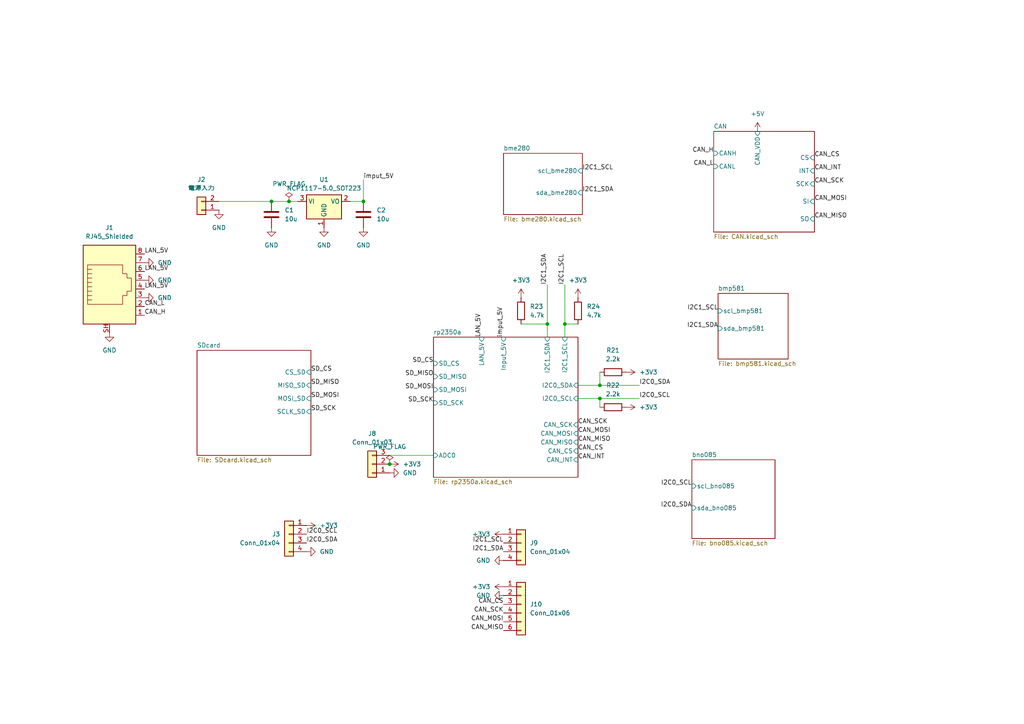
<source format=kicad_sch>
(kicad_sch (version 20250114) (generator "eeschema") (generator_version "9.0")
  (paper "A4")
  (lib_symbols
    (symbol "Connector:RJ45_Shielded" (pin_names (offset 1.016))
      (property "Reference" "J" (at -5.08 13.97 0))
      (property "Value" "RJ45_Shielded" (at 2.54 13.97 0))
      (symbol "RJ45_Shielded_0_1"
        (polyline (pts (xy -6.35 1.905) (xy -5.08 1.905) (xy -5.08 1.905)))
        (polyline (pts (xy -6.35 0.635) (xy -5.08 0.635) (xy -5.08 0.635)))
        (polyline (pts (xy -6.35 -0.635) (xy -5.08 -0.635) (xy -5.08 -0.635)))
        (polyline (pts (xy -6.35 -1.905) (xy -5.08 -1.905) (xy -5.08 -1.905)))
        (polyline (pts (xy -6.35 -3.175) (xy -5.08 -3.175) (xy -5.08 -3.175)))
        (polyline (pts (xy -6.35 -4.445) (xy -6.35 6.985) (xy 3.81 6.985) (xy 3.81 4.445) (xy 5.08 4.445) (xy 5.08 3.175) (xy 6.35 3.175) (xy 6.35 -0.635) (xy 5.08 -0.635) (xy 5.08 -1.905) (xy 3.81 -1.905) (xy 3.81 -4.445) (xy -6.35 -4.445) (xy -6.35 -4.445)))
        (polyline (pts (xy -5.08 5.715) (xy -6.35 5.715)))
        (polyline (pts (xy -5.08 4.445) (xy -6.35 4.445)))
        (polyline (pts (xy -5.08 3.175) (xy -6.35 3.175) (xy -6.35 3.175)))
        (rectangle (start 7.62 12.7) (end -7.62 -10.16) (stroke (width 0.254)) (fill (type background)))
      )
      (symbol "RJ45_Shielded_1_1"
        (pin passive line (at 0 -12.7 90) (length 2.54) (name "~") (number "SH"))
        (pin passive line (at 10.16 10.16 180) (length 2.54) (name "~") (number "8"))
        (pin passive line (at 10.16 7.62 180) (length 2.54) (name "~") (number "7"))
        (pin passive line (at 10.16 5.08 180) (length 2.54) (name "~") (number "6"))
        (pin passive line (at 10.16 2.54 180) (length 2.54) (name "~") (number "5"))
        (pin passive line (at 10.16 0 180) (length 2.54) (name "~") (number "4"))
        (pin passive line (at 10.16 -2.54 180) (length 2.54) (name "~") (number "3"))
        (pin passive line (at 10.16 -5.08 180) (length 2.54) (name "~") (number "2"))
        (pin passive line (at 10.16 -7.62 180) (length 2.54) (name "~") (number "1"))
      )
    )
    (symbol "Connector_Generic:Conn_01x02" (pin_names (offset 1.016) (hide yes))
      (property "Reference" "J" (at 0 2.54 0))
      (property "Value" "Conn_01x02" (at 0 -5.08 0))
      (symbol "Conn_01x02_1_1"
        (rectangle (start -1.27 1.27) (end 1.27 -3.81) (stroke (width 0.254)) (fill (type background)))
        (rectangle (start -1.27 0.127) (end 0 -0.127) (stroke (width 0.1524)))
        (rectangle (start -1.27 -2.413) (end 0 -2.667) (stroke (width 0.1524)))
        (pin passive line (at -5.08 0 0) (length 3.81) (name "Pin_1") (number "1"))
        (pin passive line (at -5.08 -2.54 0) (length 3.81) (name "Pin_2") (number "2"))
      )
    )
    (symbol "Connector_Generic:Conn_01x03" (pin_names (offset 1.016) (hide yes))
      (property "Reference" "J" (at 0 5.08 0))
      (property "Value" "Conn_01x03" (at 0 -5.08 0))
      (symbol "Conn_01x03_1_1"
        (rectangle (start -1.27 3.81) (end 1.27 -3.81) (stroke (width 0.254)) (fill (type background)))
        (rectangle (start -1.27 2.667) (end 0 2.413) (stroke (width 0.1524)))
        (rectangle (start -1.27 0.127) (end 0 -0.127) (stroke (width 0.1524)))
        (rectangle (start -1.27 -2.413) (end 0 -2.667) (stroke (width 0.1524)))
        (pin passive line (at -5.08 2.54 0) (length 3.81) (name "Pin_1") (number "1"))
        (pin passive line (at -5.08 0 0) (length 3.81) (name "Pin_2") (number "2"))
        (pin passive line (at -5.08 -2.54 0) (length 3.81) (name "Pin_3") (number "3"))
      )
    )
    (symbol "Connector_Generic:Conn_01x04" (pin_names (offset 1.016) (hide yes))
      (property "Reference" "J" (at 0 5.08 0))
      (property "Value" "Conn_01x04" (at 0 -7.62 0))
      (symbol "Conn_01x04_1_1"
        (rectangle (start -1.27 3.81) (end 1.27 -6.35) (stroke (width 0.254)) (fill (type background)))
        (rectangle (start -1.27 2.667) (end 0 2.413) (stroke (width 0.1524)))
        (rectangle (start -1.27 0.127) (end 0 -0.127) (stroke (width 0.1524)))
        (rectangle (start -1.27 -2.413) (end 0 -2.667) (stroke (width 0.1524)))
        (rectangle (start -1.27 -4.953) (end 0 -5.207) (stroke (width 0.1524)))
        (pin passive line (at -5.08 2.54 0) (length 3.81) (name "Pin_1") (number "1"))
        (pin passive line (at -5.08 0 0) (length 3.81) (name "Pin_2") (number "2"))
        (pin passive line (at -5.08 -2.54 0) (length 3.81) (name "Pin_3") (number "3"))
        (pin passive line (at -5.08 -5.08 0) (length 3.81) (name "Pin_4") (number "4"))
      )
    )
    (symbol "Connector_Generic:Conn_01x06" (pin_names (offset 1.016) (hide yes))
      (property "Reference" "J" (at 0 7.62 0))
      (property "Value" "Conn_01x06" (at 0 -10.16 0))
      (symbol "Conn_01x06_1_1"
        (rectangle (start -1.27 6.35) (end 1.27 -8.89) (stroke (width 0.254)) (fill (type background)))
        (rectangle (start -1.27 5.207) (end 0 4.953) (stroke (width 0.1524)))
        (rectangle (start -1.27 2.667) (end 0 2.413) (stroke (width 0.1524)))
        (rectangle (start -1.27 0.127) (end 0 -0.127) (stroke (width 0.1524)))
        (rectangle (start -1.27 -2.413) (end 0 -2.667) (stroke (width 0.1524)))
        (rectangle (start -1.27 -4.953) (end 0 -5.207) (stroke (width 0.1524)))
        (rectangle (start -1.27 -7.493) (end 0 -7.747) (stroke (width 0.1524)))
        (pin passive line (at -5.08 5.08 0) (length 3.81) (name "Pin_1") (number "1"))
        (pin passive line (at -5.08 2.54 0) (length 3.81) (name "Pin_2") (number "2"))
        (pin passive line (at -5.08 0 0) (length 3.81) (name "Pin_3") (number "3"))
        (pin passive line (at -5.08 -2.54 0) (length 3.81) (name "Pin_4") (number "4"))
        (pin passive line (at -5.08 -5.08 0) (length 3.81) (name "Pin_5") (number "5"))
        (pin passive line (at -5.08 -7.62 0) (length 3.81) (name "Pin_6") (number "6"))
      )
    )
    (symbol "Device:C" (pin_numbers (hide yes)) (pin_names (offset 0.254))
      (property "Reference" "C" (at 0.635 2.54 0))
      (property "Value" "C" (at 0.635 -2.54 0))
      (symbol "C_0_1"
        (polyline (pts (xy -2.032 0.762) (xy 2.032 0.762)) (stroke (width 0.508)))
        (polyline (pts (xy -2.032 -0.762) (xy 2.032 -0.762)) (stroke (width 0.508)))
      )
      (symbol "C_1_1"
        (pin passive line (at 0 3.81 270) (length 2.794) (name "~") (number "1"))
        (pin passive line (at 0 -3.81 90) (length 2.794) (name "~") (number "2"))
      )
    )
    (symbol "Device:R" (pin_numbers (hide yes)) (pin_names (offset 0))
      (property "Reference" "R" (at 2.032 0 90))
      (property "Value" "R" (at 0 0 90))
      (symbol "R_0_1"
        (rectangle (start -1.016 -2.54) (end 1.016 2.54) (stroke (width 0.254)))
      )
      (symbol "R_1_1"
        (pin passive line (at 0 3.81 270) (length 1.27) (name "~") (number "1"))
        (pin passive line (at 0 -3.81 90) (length 1.27) (name "~") (number "2"))
      )
    )
    (symbol "Regulator_Linear:NCP1117-5.0_SOT223"
      (property "Reference" "U" (at -3.81 3.175 0))
      (property "Value" "NCP1117-5.0_SOT223" (at 0 3.175 0))
      (symbol "NCP1117-5.0_SOT223_0_1"
        (rectangle (start -5.08 -5.08) (end 5.08 1.905) (stroke (width 0.254)) (fill (type background)))
      )
      (symbol "NCP1117-5.0_SOT223_1_1"
        (pin power_in line (at -7.62 0 0) (length 2.54) (name "VI") (number "3"))
        (pin power_in line (at 0 -7.62 90) (length 2.54) (name "GND") (number "1"))
        (pin power_out line (at 7.62 0 180) (length 2.54) (name "VO") (number "2"))
      )
    )
    (symbol "power:+3V3" (power) (pin_numbers (hide yes)) (pin_names (offset 0) (hide yes))
      (property "Value" "+3V3" (at 0 3.556 0))
      (symbol "+3V3_0_1"
        (polyline (pts (xy -0.762 1.27) (xy 0 2.54)))
        (polyline (pts (xy 0 2.54) (xy 0.762 1.27)))
        (polyline (pts (xy 0 0) (xy 0 2.54)))
      )
      (symbol "+3V3_1_1"
        (pin power_in line (at 0 0 90) (length 0) (name "~") (number "1"))
      )
    )
    (symbol "power:+5V" (power) (pin_numbers (hide yes)) (pin_names (offset 0) (hide yes))
      (property "Value" "+5V" (at 0 3.556 0))
      (symbol "+5V_0_1"
        (polyline (pts (xy -0.762 1.27) (xy 0 2.54)))
        (polyline (pts (xy 0 2.54) (xy 0.762 1.27)))
        (polyline (pts (xy 0 0) (xy 0 2.54)))
      )
      (symbol "+5V_1_1"
        (pin power_in line (at 0 0 90) (length 0) (name "~") (number "1"))
      )
    )
    (symbol "power:GND" (power) (pin_numbers (hide yes)) (pin_names (offset 0) (hide yes))
      (property "Value" "GND" (at 0 -3.81 0))
      (symbol "GND_0_1"
        (polyline (pts (xy 0 0) (xy 0 -1.27) (xy 1.27 -1.27) (xy 0 -2.54) (xy -1.27 -1.27) (xy 0 -1.27)))
      )
      (symbol "GND_1_1"
        (pin power_in line (at 0 0 270) (length 0) (name "~") (number "1"))
      )
    )
    (symbol "power:PWR_FLAG" (power) (pin_numbers (hide yes)) (pin_names (offset 0) (hide yes))
      (property "Value" "PWR_FLAG" (at 0 3.81 0))
      (symbol "PWR_FLAG_0_0"
        (pin power_out line (at 0 0 90) (length 0) (name "~") (number "1"))
      )
      (symbol "PWR_FLAG_0_1"
        (polyline (pts (xy 0 0) (xy 0 1.27) (xy -1.016 1.905) (xy 0 2.54) (xy 1.016 1.905) (xy 0 1.27)))
      )
    )
  )
  (junction (at 173.99 111.76))
  (junction (at 78.74 58.42))
  (junction (at 158.75 93.98))
  (junction (at 163.83 93.98))
  (junction (at 173.99 115.57))
  (junction (at 83.82 58.42))
  (junction (at 113.03 134.62))
  (junction (at 105.41 58.42))
  (wire (pts (xy 63.5 58.42) (xy 78.74 58.42)))
  (wire (pts (xy 163.83 93.98) (xy 163.83 82.55)))
  (wire (pts (xy 173.99 111.76) (xy 185.42 111.76)))
  (wire (pts (xy 163.83 93.98) (xy 167.64 93.98)))
  (wire (pts (xy 113.03 132.08) (xy 125.73 132.08)))
  (wire (pts (xy 158.75 93.98) (xy 158.75 97.79)))
  (wire (pts (xy 167.64 111.76) (xy 173.99 111.76)))
  (wire (pts (xy 83.82 58.42) (xy 86.36 58.42)))
  (wire (pts (xy 105.41 52.07) (xy 105.41 58.42)))
  (wire (pts (xy 173.99 115.57) (xy 167.64 115.57)))
  (wire (pts (xy 163.83 97.79) (xy 163.83 93.98)))
  (wire (pts (xy 185.42 115.57) (xy 173.99 115.57)))
  (wire (pts (xy 101.6 58.42) (xy 105.41 58.42)))
  (wire (pts (xy 173.99 107.95) (xy 173.99 111.76)))
  (wire (pts (xy 158.75 82.55) (xy 158.75 93.98)))
  (wire (pts (xy 151.13 93.98) (xy 158.75 93.98)))
  (wire (pts (xy 173.99 115.57) (xy 173.99 118.11)))
  (wire (pts (xy 78.74 58.42) (xy 83.82 58.42)))
  (label "CAN_H" (at 207.01 44.45 180))
  (label "CAN_H" (at 41.91 91.44 0))
  (label "CAN_INT" (at 167.64 133.35 0))
  (label "I2C1_SCL" (at 168.91 49.53 0))
  (label "SD_SCK" (at 90.17 119.38 0))
  (label "CAN_MISO" (at 236.22 63.5 0))
  (label "SD_MOSI" (at 125.73 113.03 180))
  (label "I2C1_SCL" (at 163.83 82.55 90))
  (label "I2C0_SCL" (at 185.42 115.57 0))
  (label "I2C0_SDA" (at 88.9 157.48 0))
  (label "CAN_L" (at 41.91 88.9 0))
  (label "I2C1_SDA" (at 208.28 95.25 180))
  (label "I2C1_SCL" (at 208.28 90.17 180))
  (label "SD_MISO" (at 125.73 109.22 180))
  (label "SD_CS" (at 90.17 107.95 0))
  (label "LAN_5V" (at 139.7 97.79 90))
  (label "LAN_5V" (at 41.91 78.74 0))
  (label "CAN_MISO" (at 167.64 128.27 0))
  (label "I2C0_SDA" (at 200.66 147.32 180))
  (label "I2C0_SCL" (at 88.9 154.94 0))
  (label "imput_5V" (at 105.41 52.07 0))
  (label "I2C1_SDA" (at 158.75 82.55 90))
  (label "I2C0_SDA" (at 185.42 111.76 0))
  (label "SD_SCK" (at 125.73 116.84 180))
  (label "CAN_MISO" (at 146.05 182.88 180))
  (label "CAN_MOSI" (at 167.64 125.73 0))
  (label "CAN_SCK" (at 236.22 53.34 0))
  (label "SD_MOSI" (at 90.17 115.57 0))
  (label "LAN_5V" (at 41.91 83.82 0))
  (label "CAN_CS" (at 146.05 175.26 180))
  (label "LAN_5V" (at 41.91 73.66 0))
  (label "I2C1_SCL" (at 146.05 157.48 180))
  (label "CAN_L" (at 207.01 48.26 180))
  (label "imput_5V" (at 146.05 97.79 90))
  (label "I2C1_SDA" (at 168.91 55.88 0))
  (label "CAN_CS" (at 236.22 45.72 0))
  (label "CAN_SCK" (at 167.64 123.19 0))
  (label "CAN_CS" (at 167.64 130.81 0))
  (label "I2C0_SCL" (at 200.66 140.97 180))
  (label "CAN_SCK" (at 146.05 177.8 180))
  (label "CAN_INT" (at 236.22 49.53 0))
  (label "CAN_MOSI" (at 236.22 58.42 0))
  (label "SD_CS" (at 125.73 105.41 180))
  (label "CAN_MOSI" (at 146.05 180.34 180))
  (label "SD_MISO" (at 90.17 111.76 0))
  (label "I2C1_SDA" (at 146.05 160.02 180))
  (symbol (lib_id "Connector_Generic:Conn_01x04") (at 83.82 154.94 0) (mirror y) (unit 1)
    (property "Reference" "J3" (at 81.28 154.9399 0) (effects (justify left)))
    (property "Value" "Conn_01x04" (at 81.28 157.4799 0) (effects (justify left)))
    (property "Footprint" "Connector_JST:JST_XH_B4B-XH-AM_1x04_P2.50mm_Vertical" (effects (hide yes)))
    (property "Description" "Generic connector, single row, 01x04, script generated (kicad-library-utils/schlib/autogen/connector/)" (effects (hide yes)))
  )
  (symbol (lib_id "Connector_Generic:Conn_01x06") (at 151.13 175.26 0) (unit 1)
    (property "Reference" "J10" (at 153.67 175.2599 0) (effects (justify left)))
    (property "Value" "Conn_01x06" (at 153.67 177.7999 0) (effects (justify left)))
    (property "Footprint" "Connector_JST:JST_XH_B6B-XH-AM_1x06_P2.50mm_Vertical" (effects (hide yes)))
    (property "Description" "Generic connector, single row, 01x06, script generated (kicad-library-utils/schlib/autogen/connector/)" (effects (hide yes)))
  )
  (symbol (lib_id "power:+3V3") (at 181.61 118.11 270) (unit 1)
    (property "Reference" "#PWR089" (effects (hide yes)))
    (property "Value" "+3V3" (at 185.42 118.1099 90) (effects (justify left)))
    (property "Description" "Power symbol creates a global label with name \"+3V3\"" (effects (hide yes)))
  )
  (symbol (lib_id "power:GND") (at 41.91 81.28 90) (unit 1)
    (property "Reference" "#PWR03" (effects (hide yes)))
    (property "Value" "GND" (at 45.72 81.2799 90) (effects (justify right)))
    (property "Description" "Power symbol creates a global label with name \"GND\" , ground" (effects (hide yes)))
  )
  (symbol (lib_id "power:+3V3") (at 181.61 107.95 270) (unit 1)
    (property "Reference" "#PWR088" (effects (hide yes)))
    (property "Value" "+3V3" (at 185.42 107.9499 90) (effects (justify left)))
    (property "Description" "Power symbol creates a global label with name \"+3V3\"" (effects (hide yes)))
  )
  (symbol (lib_id "power:GND") (at 88.9 160.02 90) (unit 1)
    (property "Reference" "#PWR08" (effects (hide yes)))
    (property "Value" "GND" (at 92.71 160.0199 90) (effects (justify right)))
    (property "Description" "Power symbol creates a global label with name \"GND\" , ground" (effects (hide yes)))
  )
  (symbol (lib_id "Connector_Generic:Conn_01x04") (at 151.13 157.48 0) (unit 1)
    (property "Reference" "J9" (at 153.67 157.4799 0) (effects (justify left)))
    (property "Value" "Conn_01x04" (at 153.67 160.0199 0) (effects (justify left)))
    (property "Footprint" "Connector_JST:JST_XH_B4B-XH-AM_1x04_P2.50mm_Vertical" (effects (hide yes)))
    (property "Description" "Generic connector, single row, 01x04, script generated (kicad-library-utils/schlib/autogen/connector/)" (effects (hide yes)))
  )
  (symbol (lib_id "power:GND") (at 146.05 172.72 270) (mirror x) (unit 1)
    (property "Reference" "#PWR087" (effects (hide yes)))
    (property "Value" "GND" (at 142.24 172.7199 90) (effects (justify right)))
    (property "Description" "Power symbol creates a global label with name \"GND\" , ground" (effects (hide yes)))
  )
  (symbol (lib_id "Device:C") (at 105.41 62.23 0) (unit 1)
    (property "Reference" "C2" (at 109.22 60.9599 0) (effects (justify left)))
    (property "Value" "10u" (at 109.22 63.4999 0) (effects (justify left)))
    (property "Footprint" "Capacitor_SMD:C_0805_2012Metric" (effects (hide yes)))
    (property "Description" "Unpolarized capacitor" (effects (hide yes)))
  )
  (symbol (lib_id "power:GND") (at 41.91 86.36 90) (unit 1)
    (property "Reference" "#PWR04" (effects (hide yes)))
    (property "Value" "GND" (at 45.72 86.3599 90) (effects (justify right)))
    (property "Description" "Power symbol creates a global label with name \"GND\" , ground" (effects (hide yes)))
  )
  (symbol (lib_id "power:GND") (at 31.75 96.52 0) (unit 1)
    (property "Reference" "#PWR01" (effects (hide yes)))
    (property "Value" "GND" (at 31.75 101.6 0))
    (property "Description" "Power symbol creates a global label with name \"GND\" , ground" (effects (hide yes)))
  )
  (symbol (lib_id "power:+3V3") (at 146.05 154.94 90) (unit 1)
    (property "Reference" "#PWR084" (effects (hide yes)))
    (property "Value" "+3V3" (at 142.24 154.9399 90) (effects (justify left)))
    (property "Description" "Power symbol creates a global label with name \"+3V3\"" (effects (hide yes)))
  )
  (symbol (lib_id "power:GND") (at 63.5 60.96 0) (unit 1)
    (property "Reference" "#PWR05" (effects (hide yes)))
    (property "Value" "GND" (at 63.5 66.04 0))
    (property "Description" "Power symbol creates a global label with name \"GND\" , ground" (effects (hide yes)))
  )
  (symbol (lib_id "power:+3V3") (at 151.13 86.36 0) (unit 1)
    (property "Reference" "#PWR090" (effects (hide yes)))
    (property "Value" "+3V3" (at 151.13 81.28 0))
    (property "Description" "Power symbol creates a global label with name \"+3V3\"" (effects (hide yes)))
  )
  (symbol (lib_id "power:+3V3") (at 146.05 170.18 90) (unit 1)
    (property "Reference" "#PWR086" (effects (hide yes)))
    (property "Value" "+3V3" (at 142.24 170.1799 90) (effects (justify left)))
    (property "Description" "Power symbol creates a global label with name \"+3V3\"" (effects (hide yes)))
  )
  (symbol (lib_id "Device:R") (at 177.8 118.11 270) (unit 1)
    (property "Reference" "R22" (at 177.8 111.76 90))
    (property "Value" "2.2k" (at 177.8 114.3 90))
    (property "Footprint" "Resistor_SMD:R_0402_1005Metric" (effects (hide yes)))
    (property "Description" "Resistor" (effects (hide yes)))
  )
  (symbol (lib_id "power:+3V3") (at 113.03 134.62 270) (unit 1)
    (property "Reference" "#PWR031" (effects (hide yes)))
    (property "Value" "+3V3" (at 116.84 134.6199 90) (effects (justify left)))
    (property "Description" "Power symbol creates a global label with name \"+3V3\"" (effects (hide yes)))
  )
  (symbol (lib_id "Device:R") (at 151.13 90.17 0) (unit 1)
    (property "Reference" "R23" (at 153.67 88.8999 0) (effects (justify left)))
    (property "Value" "4.7k" (at 153.67 91.4399 0) (effects (justify left)))
    (property "Footprint" "Resistor_SMD:R_0402_1005Metric" (effects (hide yes)))
    (property "Description" "Resistor" (effects (hide yes)))
  )
  (symbol (lib_id "power:GND") (at 105.41 66.04 0) (unit 1)
    (property "Reference" "#PWR010" (effects (hide yes)))
    (property "Value" "GND" (at 105.41 71.12 0))
    (property "Description" "Power symbol creates a global label with name \"GND\" , ground" (effects (hide yes)))
  )
  (symbol (lib_id "Device:R") (at 177.8 107.95 270) (unit 1)
    (property "Reference" "R21" (at 177.8 101.6 90))
    (property "Value" "2.2k" (at 177.8 104.14 90))
    (property "Footprint" "Resistor_SMD:R_0402_1005Metric" (effects (hide yes)))
    (property "Description" "Resistor" (effects (hide yes)))
  )
  (symbol (lib_id "Regulator_Linear:NCP1117-5.0_SOT223") (at 93.98 58.42 0) (unit 1)
    (property "Reference" "U1" (at 93.98 52.07 0))
    (property "Value" "NCP1117-5.0_SOT223" (at 93.98 54.61 0))
    (property "Footprint" "Package_TO_SOT_SMD:SOT-223-3_TabPin2" (effects (hide yes)))
    (property "Datasheet" "http://www.onsemi.com/pub_link/Collateral/NCP1117-D.PDF" (effects (hide yes)))
    (property "Description" "1A Low drop-out regulator, Fixed Output 5V, SOT-223" (effects (hide yes)))
  )
  (symbol (lib_id "power:PWR_FLAG") (at 83.82 58.42 0) (unit 1)
    (property "Reference" "#FLG01" (effects (hide yes)))
    (property "Value" "PWR_FLAG" (at 83.82 53.34 0))
    (property "Description" "Special symbol for telling ERC where power comes from" (effects (hide yes)))
  )
  (symbol (lib_id "Connector:RJ45_Shielded") (at 31.75 83.82 0) (unit 1)
    (property "Reference" "J1" (at 31.75 66.04 0))
    (property "Value" "RJ45_Shielded" (at 31.75 68.58 0))
    (property "Footprint" "Connector_RJ:RJ45_Amphenol_RJHSE538X" (effects (hide yes)))
    (property "Description" "RJ connector, 8P8C (8 positions 8 connected), Shielded" (effects (hide yes)))
  )
  (symbol (lib_id "Connector_Generic:Conn_01x02") (at 58.42 60.96 180) (unit 1)
    (property "Reference" "J2" (at 58.42 52.07 0))
    (property "Value" "電源入力" (at 58.42 54.61 0))
    (property "Footprint" "Connector_JST:JST_VH_B2P-VH-FB-B_1x02_P3.96mm_Vertical" (effects (hide yes)))
    (property "Description" "Generic connector, single row, 01x02, script generated (kicad-library-utils/schlib/autogen/connector/)" (effects (hide yes)))
  )
  (symbol (lib_id "Connector_Generic:Conn_01x03") (at 107.95 134.62 180) (unit 1)
    (property "Reference" "J8" (at 107.95 125.73 0))
    (property "Value" "Conn_01x03" (at 107.95 128.27 0))
    (property "Footprint" "Connector_JST:JST_XH_B3B-XH-AM_1x03_P2.50mm_Vertical" (effects (hide yes)))
    (property "Description" "Generic connector, single row, 01x03, script generated (kicad-library-utils/schlib/autogen/connector/)" (effects (hide yes)))
  )
  (symbol (lib_id "power:GND") (at 146.05 162.56 270) (mirror x) (unit 1)
    (property "Reference" "#PWR085" (effects (hide yes)))
    (property "Value" "GND" (at 142.24 162.5599 90) (effects (justify right)))
    (property "Description" "Power symbol creates a global label with name \"GND\" , ground" (effects (hide yes)))
  )
  (symbol (lib_id "power:GND") (at 78.74 66.04 0) (unit 1)
    (property "Reference" "#PWR06" (effects (hide yes)))
    (property "Value" "GND" (at 78.74 71.12 0))
    (property "Description" "Power symbol creates a global label with name \"GND\" , ground" (effects (hide yes)))
  )
  (symbol (lib_id "power:+3V3") (at 167.64 86.36 0) (unit 1)
    (property "Reference" "#PWR091" (effects (hide yes)))
    (property "Value" "+3V3" (at 167.64 81.28 0))
    (property "Description" "Power symbol creates a global label with name \"+3V3\"" (effects (hide yes)))
  )
  (symbol (lib_id "power:PWR_FLAG") (at 113.03 134.62 0) (unit 1)
    (property "Reference" "#FLG06" (effects (hide yes)))
    (property "Value" "PWR_FLAG" (at 113.03 129.54 0))
    (property "Description" "Special symbol for telling ERC where power comes from" (effects (hide yes)))
  )
  (symbol (lib_id "power:GND") (at 113.03 137.16 90) (unit 1)
    (property "Reference" "#PWR083" (effects (hide yes)))
    (property "Value" "GND" (at 116.84 137.1599 90) (effects (justify right)))
    (property "Description" "Power symbol creates a global label with name \"GND\" , ground" (effects (hide yes)))
  )
  (symbol (lib_id "Device:R") (at 167.64 90.17 0) (unit 1)
    (property "Reference" "R24" (at 170.18 88.8999 0) (effects (justify left)))
    (property "Value" "4.7k" (at 170.18 91.4399 0) (effects (justify left)))
    (property "Footprint" "Resistor_SMD:R_0402_1005Metric" (effects (hide yes)))
    (property "Description" "Resistor" (effects (hide yes)))
  )
  (symbol (lib_id "Device:C") (at 78.74 62.23 0) (unit 1)
    (property "Reference" "C1" (at 82.55 60.9599 0) (effects (justify left)))
    (property "Value" "10u" (at 82.55 63.4999 0) (effects (justify left)))
    (property "Footprint" "Capacitor_SMD:C_0805_2012Metric" (effects (hide yes)))
    (property "Description" "Unpolarized capacitor" (effects (hide yes)))
  )
  (symbol (lib_id "power:+5V") (at 219.71 38.1 0) (unit 1)
    (property "Reference" "#PWR011" (effects (hide yes)))
    (property "Value" "+5V" (at 219.71 33.02 0))
    (property "Description" "Power symbol creates a global label with name \"+5V\"" (effects (hide yes)))
  )
  (symbol (lib_id "power:+3V3") (at 88.9 152.4 270) (unit 1)
    (property "Reference" "#PWR07" (effects (hide yes)))
    (property "Value" "+3V3" (at 92.71 152.3999 90) (effects (justify left)))
    (property "Description" "Power symbol creates a global label with name \"+3V3\"" (effects (hide yes)))
  )
  (symbol (lib_id "power:GND") (at 93.98 66.04 0) (unit 1)
    (property "Reference" "#PWR09" (effects (hide yes)))
    (property "Value" "GND" (at 93.98 71.12 0))
    (property "Description" "Power symbol creates a global label with name \"GND\" , ground" (effects (hide yes)))
  )
  (symbol (lib_id "power:GND") (at 41.91 76.2 90) (unit 1)
    (property "Reference" "#PWR02" (effects (hide yes)))
    (property "Value" "GND" (at 45.72 76.1999 90) (effects (justify right)))
    (property "Description" "Power symbol creates a global label with name \"GND\" , ground" (effects (hide yes)))
  )
  (sheet (at 200.66 133.35) (size 24.13 22.86) (stroke (width 0.1524))
    (property "Sheetname" "bno085" (at 200.66 132.6384 0) (effects (justify left bottom)))
    (property "Sheetfile" "bno085.kicad_sch" (at 200.66 156.7946 0) (effects (justify left top)))
    (pin "scl_bno085" input (at 200.66 140.97 180))
    (pin "sda_bno085" input (at 200.66 147.32 180))
  )
  (sheet (at 207.01 38.1) (size 29.21 29.21) (stroke (width 0.1524))
    (property "Sheetname" "CAN" (at 207.01 37.3884 0) (effects (justify left bottom)))
    (property "Sheetfile" "CAN.kicad_sch" (at 207.01 67.8946 0) (effects (justify left top)))
    (pin "CANH" input (at 207.01 44.45 180))
    (pin "CANL" input (at 207.01 48.26 180))
    (pin "CAN_VDD" input (at 219.71 38.1 90))
    (pin "CS" input (at 236.22 45.72 0))
    (pin "INT" input (at 236.22 49.53 0))
    (pin "SCK" input (at 236.22 53.34 0))
    (pin "SI" input (at 236.22 58.42 0))
    (pin "SO" input (at 236.22 63.5 0))
  )
  (sheet (at 208.28 85.09) (size 20.32 19.05) (stroke (width 0.1524))
    (property "Sheetname" "bmp581" (at 208.28 84.3784 0) (effects (justify left bottom)))
    (property "Sheetfile" "bmp581.kicad_sch" (at 208.28 104.7246 0) (effects (justify left top)))
    (pin "scl_bmp581" input (at 208.28 90.17 180))
    (pin "sda_bmp581" input (at 208.28 95.25 180))
  )
  (sheet (at 57.15 101.6) (size 33.02 30.48) (stroke (width 0.1524))
    (property "Sheetname" "SDcard" (at 57.15 100.8884 0) (effects (justify left bottom)))
    (property "Sheetfile" "SDcard.kicad_sch" (at 57.15 132.6646 0) (effects (justify left top)))
    (pin "CS_SD" input (at 90.17 107.95 0))
    (pin "MISO_SD" input (at 90.17 111.76 0))
    (pin "MOSI_SD" input (at 90.17 115.57 0))
    (pin "SCLK_SD" input (at 90.17 119.38 0))
  )
  (sheet (at 125.73 97.79) (size 41.91 40.64) (stroke (width 0.1524))
    (property "Sheetname" "rp2350a" (at 125.73 97.0784 0) (effects (justify left bottom)))
    (property "Sheetfile" "rp2350a.kicad_sch" (at 125.73 139.0146 0) (effects (justify left top)))
    (pin "ADC0" input (at 125.73 132.08 180))
    (pin "CAN_CS" input (at 167.64 130.81 0))
    (pin "CAN_MISO" input (at 167.64 128.27 0))
    (pin "CAN_MOSI" input (at 167.64 125.73 0))
    (pin "CAN_SCK" input (at 167.64 123.19 0))
    (pin "I2C0_SCL" input (at 167.64 115.57 0))
    (pin "I2C0_SDA" input (at 167.64 111.76 0))
    (pin "I2C1_SCL" input (at 163.83 97.79 90))
    (pin "I2C1_SDA" input (at 158.75 97.79 90))
    (pin "Input_5V" input (at 146.05 97.79 90))
    (pin "LAN_5V" input (at 139.7 97.79 90))
    (pin "SD_CS" input (at 125.73 105.41 180))
    (pin "SD_MISO" input (at 125.73 109.22 180))
    (pin "SD_MOSI" input (at 125.73 113.03 180))
    (pin "SD_SCK" input (at 125.73 116.84 180))
    (pin "CAN_INT" input (at 167.64 133.35 0))
  )
  (sheet (at 146.05 44.45) (size 22.86 17.78) (stroke (width 0.1524))
    (property "Sheetname" "bme280" (at 146.05 43.7384 0) (effects (justify left bottom)))
    (property "Sheetfile" "bme280.kicad_sch" (at 146.05 62.8146 0) (effects (justify left top)))
    (pin "scl_bme280" input (at 168.91 49.53 0))
    (pin "sda_bme280" input (at 168.91 55.88 0))
  )
)
</source>
